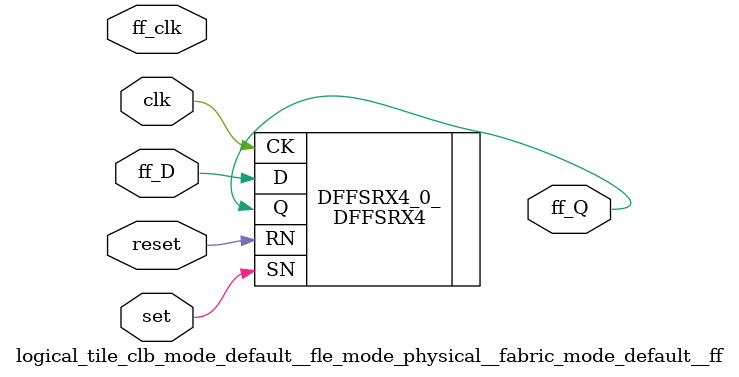
<source format=v>

module logical_tile_clb_mode_default__fle_mode_physical__fabric_mode_default__ff(set,
                                                                                 reset,
                                                                                 clk,
                                                                                 ff_D,
                                                                                 ff_Q,
                                                                                 ff_clk);
//----- GLOBAL PORTS -----
input [0:0] set;
//----- GLOBAL PORTS -----
input [0:0] reset;
//----- GLOBAL PORTS -----
input [0:0] clk;
//----- INPUT PORTS -----
input [0:0] ff_D;
//----- OUTPUT PORTS -----
output [0:0] ff_Q;
//----- CLOCK PORTS -----
input [0:0] ff_clk;

//----- BEGIN wire-connection ports -----
wire [0:0] ff_D;
wire [0:0] ff_Q;
wire [0:0] ff_clk;
//----- END wire-connection ports -----


//----- BEGIN Registered ports -----
//----- END Registered ports -----



// ----- BEGIN Local short connections -----
// ----- END Local short connections -----
// ----- BEGIN Local output short connections -----
// ----- END Local output short connections -----

	DFFSRX4 DFFSRX4_0_ (
		.SN(set),
		.RN(reset),
		.CK(clk),
		.D(ff_D),
		.Q(ff_Q));

endmodule
// ----- END Verilog module for logical_tile_clb_mode_default__fle_mode_physical__fabric_mode_default__ff -----

//----- Default net type -----
// `default_nettype wire




</source>
